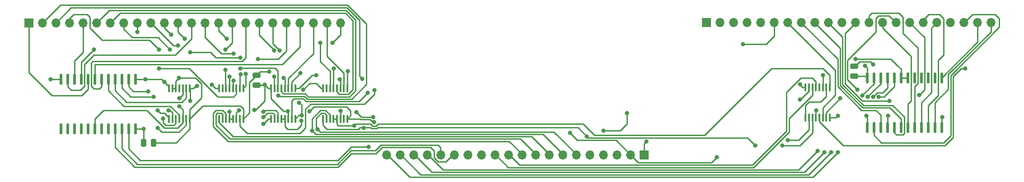
<source format=gbr>
%TF.GenerationSoftware,KiCad,Pcbnew,(6.0.0-0)*%
%TF.CreationDate,2022-01-11T21:33:16-05:00*%
%TF.ProjectId,gpr-controller-combined,6770722d-636f-46e7-9472-6f6c6c65722d,rev?*%
%TF.SameCoordinates,Original*%
%TF.FileFunction,Copper,L1,Top*%
%TF.FilePolarity,Positive*%
%FSLAX46Y46*%
G04 Gerber Fmt 4.6, Leading zero omitted, Abs format (unit mm)*
G04 Created by KiCad (PCBNEW (6.0.0-0)) date 2022-01-11 21:33:16*
%MOMM*%
%LPD*%
G01*
G04 APERTURE LIST*
G04 Aperture macros list*
%AMRoundRect*
0 Rectangle with rounded corners*
0 $1 Rounding radius*
0 $2 $3 $4 $5 $6 $7 $8 $9 X,Y pos of 4 corners*
0 Add a 4 corners polygon primitive as box body*
4,1,4,$2,$3,$4,$5,$6,$7,$8,$9,$2,$3,0*
0 Add four circle primitives for the rounded corners*
1,1,$1+$1,$2,$3*
1,1,$1+$1,$4,$5*
1,1,$1+$1,$6,$7*
1,1,$1+$1,$8,$9*
0 Add four rect primitives between the rounded corners*
20,1,$1+$1,$2,$3,$4,$5,0*
20,1,$1+$1,$4,$5,$6,$7,0*
20,1,$1+$1,$6,$7,$8,$9,0*
20,1,$1+$1,$8,$9,$2,$3,0*%
G04 Aperture macros list end*
%TA.AperFunction,SMDPad,CuDef*%
%ADD10RoundRect,0.100000X0.100000X-0.637500X0.100000X0.637500X-0.100000X0.637500X-0.100000X-0.637500X0*%
%TD*%
%TA.AperFunction,SMDPad,CuDef*%
%ADD11RoundRect,0.250000X-0.250000X-0.475000X0.250000X-0.475000X0.250000X0.475000X-0.250000X0.475000X0*%
%TD*%
%TA.AperFunction,SMDPad,CuDef*%
%ADD12RoundRect,0.250000X0.475000X-0.250000X0.475000X0.250000X-0.475000X0.250000X-0.475000X-0.250000X0*%
%TD*%
%TA.AperFunction,SMDPad,CuDef*%
%ADD13RoundRect,0.137500X-0.137500X0.862500X-0.137500X-0.862500X0.137500X-0.862500X0.137500X0.862500X0*%
%TD*%
%TA.AperFunction,SMDPad,CuDef*%
%ADD14RoundRect,0.137500X0.137500X-0.862500X0.137500X0.862500X-0.137500X0.862500X-0.137500X-0.862500X0*%
%TD*%
%TA.AperFunction,ComponentPad*%
%ADD15R,1.700000X1.700000*%
%TD*%
%TA.AperFunction,ComponentPad*%
%ADD16O,1.700000X1.700000*%
%TD*%
%TA.AperFunction,ViaPad*%
%ADD17C,0.800000*%
%TD*%
%TA.AperFunction,Conductor*%
%ADD18C,0.250000*%
%TD*%
G04 APERTURE END LIST*
D10*
%TO.P,U2,1,A0*%
%TO.N,CONTROL0*%
X95169666Y-65346500D03*
%TO.P,U2,2,A1*%
%TO.N,CONTROL1*%
X95819666Y-65346500D03*
%TO.P,U2,3,A2*%
%TO.N,CONTROL2*%
X96469666Y-65346500D03*
%TO.P,U2,4,E1*%
%TO.N,/~{BUS8_ASSERT_EN}*%
X97119666Y-65346500D03*
%TO.P,U2,5,E2*%
X97769666Y-65346500D03*
%TO.P,U2,6,E3*%
%TO.N,VCC*%
X98419666Y-65346500D03*
%TO.P,U2,7,O7*%
%TO.N,~{TX_ASSERT_MSB_MAIN}*%
X99069666Y-65346500D03*
%TO.P,U2,8,GND*%
%TO.N,GND*%
X99719666Y-65346500D03*
%TO.P,U2,9,O6*%
%TO.N,~{TX_ASSERT_LSB_MAIN}*%
X99719666Y-59621500D03*
%TO.P,U2,10,O5*%
%TO.N,~{S2_OUT_BUS}*%
X99069666Y-59621500D03*
%TO.P,U2,11,O4*%
%TO.N,~{S1_OUT_BUS}*%
X98419666Y-59621500D03*
%TO.P,U2,12,O3*%
%TO.N,~{E_OUT_BUS}*%
X97769666Y-59621500D03*
%TO.P,U2,13,O2*%
%TO.N,~{D_OUT_BUS}*%
X97119666Y-59621500D03*
%TO.P,U2,14,O1*%
%TO.N,~{C_OUT_BUS}*%
X96469666Y-59621500D03*
%TO.P,U2,15,O0*%
%TO.N,~{A_OUT_BUS}*%
X95819666Y-59621500D03*
%TO.P,U2,16,VCC*%
%TO.N,VCC*%
X95169666Y-59621500D03*
%TD*%
%TO.P,U3,1,A0*%
%TO.N,CONTROL3*%
X85426333Y-65346500D03*
%TO.P,U3,2,A1*%
%TO.N,CONTROL4*%
X86076333Y-65346500D03*
%TO.P,U3,3,A2*%
%TO.N,CONTROL5*%
X86726333Y-65346500D03*
%TO.P,U3,4,E1*%
%TO.N,/~{RR_BUS16_ASSERT_EN}*%
X87376333Y-65346500D03*
%TO.P,U3,5,E2*%
X88026333Y-65346500D03*
%TO.P,U3,6,E3*%
%TO.N,VCC*%
X88676333Y-65346500D03*
%TO.P,U3,7,O7*%
%TO.N,TX_ADDR_OUT*%
X89326333Y-65346500D03*
%TO.P,U3,8,GND*%
%TO.N,GND*%
X89976333Y-65346500D03*
%TO.P,U3,9,O6*%
%TO.N,~{S2_OUT_MSB}*%
X89976333Y-59621500D03*
%TO.P,U3,10,O5*%
%TO.N,~{S1_OUT_MSB}*%
X89326333Y-59621500D03*
%TO.P,U3,11,O4*%
%TO.N,~{E_OUT_MSB}*%
X88676333Y-59621500D03*
%TO.P,U3,12,O3*%
%TO.N,~{D_OUT_MSB}*%
X88026333Y-59621500D03*
%TO.P,U3,13,O2*%
%TO.N,~{C_OUT_MSB}*%
X87376333Y-59621500D03*
%TO.P,U3,14,O1*%
%TO.N,~{A_OUT_MSB}*%
X86726333Y-59621500D03*
%TO.P,U3,15,O0*%
%TO.N,unconnected-(U3-Pad15)*%
X86076333Y-59621500D03*
%TO.P,U3,16,VCC*%
%TO.N,VCC*%
X85426333Y-59621500D03*
%TD*%
D11*
%TO.P,C1,1*%
%TO.N,VCC*%
X71252000Y-69850000D03*
%TO.P,C1,2*%
%TO.N,GND*%
X73152000Y-69850000D03*
%TD*%
D12*
%TO.P,C2,1*%
%TO.N,VCC*%
X92456000Y-59050000D03*
%TO.P,C2,2*%
%TO.N,GND*%
X92456000Y-57150000D03*
%TD*%
D10*
%TO.P,U7,1*%
%TO.N,TX_LATCH_MSB*%
X76028000Y-65346500D03*
%TO.P,U7,2*%
%TO.N,TX_BUS_SELECT*%
X76678000Y-65346500D03*
%TO.P,U7,3*%
%TO.N,TX_LATCH_LSB*%
X77328000Y-65346500D03*
%TO.P,U7,4*%
%TO.N,Net-(U5-Pad5)*%
X77978000Y-65346500D03*
%TO.P,U7,5*%
%TO.N,Net-(U5-Pad18)*%
X78628000Y-65346500D03*
%TO.P,U7,6*%
%TO.N,TX_LATCH_MSB*%
X79278000Y-65346500D03*
%TO.P,U7,7,GND*%
%TO.N,GND*%
X79928000Y-65346500D03*
%TO.P,U7,8*%
%TO.N,TX_BUS_SELECT*%
X79928000Y-59621500D03*
%TO.P,U7,9*%
%TO.N,Net-(U5-Pad4)*%
X79278000Y-59621500D03*
%TO.P,U7,10*%
%TO.N,Net-(U5-Pad18)*%
X78628000Y-59621500D03*
%TO.P,U7,11*%
%TO.N,unconnected-(U7-Pad11)*%
X77978000Y-59621500D03*
%TO.P,U7,12*%
%TO.N,GND*%
X77328000Y-59621500D03*
%TO.P,U7,13*%
X76678000Y-59621500D03*
%TO.P,U7,14,VCC*%
%TO.N,VCC*%
X76028000Y-59621500D03*
%TD*%
%TO.P,U4,1,A0*%
%TO.N,CONTROL0*%
X104913000Y-65346500D03*
%TO.P,U4,2,A1*%
%TO.N,CONTROL1*%
X105563000Y-65346500D03*
%TO.P,U4,3,A2*%
%TO.N,CONTROL2*%
X106213000Y-65346500D03*
%TO.P,U4,4,E1*%
%TO.N,/~{RR_BUS16_ASSERT_EN}*%
X106863000Y-65346500D03*
%TO.P,U4,5,E2*%
X107513000Y-65346500D03*
%TO.P,U4,6,E3*%
%TO.N,VCC*%
X108163000Y-65346500D03*
%TO.P,U4,7,O7*%
%TO.N,unconnected-(U4-Pad7)*%
X108813000Y-65346500D03*
%TO.P,U4,8,GND*%
%TO.N,GND*%
X109463000Y-65346500D03*
%TO.P,U4,9,O6*%
%TO.N,~{S2_OUT_LSB}*%
X109463000Y-59621500D03*
%TO.P,U4,10,O5*%
%TO.N,~{S1_OUT_LSB}*%
X108813000Y-59621500D03*
%TO.P,U4,11,O4*%
%TO.N,~{E_OUT_LSB}*%
X108163000Y-59621500D03*
%TO.P,U4,12,O3*%
%TO.N,~{D_OUT_LSB}*%
X107513000Y-59621500D03*
%TO.P,U4,13,O2*%
%TO.N,~{C_OUT_LSB}*%
X106863000Y-59621500D03*
%TO.P,U4,14,O1*%
%TO.N,~{A_OUT_LSB}*%
X106213000Y-59621500D03*
%TO.P,U4,15,O0*%
%TO.N,unconnected-(U4-Pad15)*%
X105563000Y-59621500D03*
%TO.P,U4,16,VCC*%
%TO.N,VCC*%
X104913000Y-59621500D03*
%TD*%
D13*
%TO.P,U5,1,EL*%
%TO.N,VCC*%
X69723000Y-57907000D03*
%TO.P,U5,2,A0*%
%TO.N,CONTROL8*%
X68453000Y-57907000D03*
%TO.P,U5,3,A1*%
%TO.N,CONTROL9*%
X67183000Y-57907000D03*
%TO.P,U5,4,Q7*%
%TO.N,Net-(U5-Pad4)*%
X65913000Y-57907000D03*
%TO.P,U5,5,Q6*%
%TO.N,Net-(U5-Pad5)*%
X64643000Y-57907000D03*
%TO.P,U5,6,Q5*%
%TO.N,S2_EN*%
X63373000Y-57907000D03*
%TO.P,U5,7,Q4*%
%TO.N,S1_EN*%
X62103000Y-57907000D03*
%TO.P,U5,8,Q3*%
%TO.N,E_EN*%
X60833000Y-57907000D03*
%TO.P,U5,9,Q1*%
%TO.N,C_EN*%
X59563000Y-57907000D03*
%TO.P,U5,10,Q2*%
%TO.N,D_EN*%
X58293000Y-57907000D03*
%TO.P,U5,11,Q0*%
%TO.N,A_EN*%
X57023000Y-57907000D03*
%TO.P,U5,12,Vss*%
%TO.N,GND*%
X55753000Y-57907000D03*
%TO.P,U5,13,Q13*%
%TO.N,unconnected-(U5-Pad13)*%
X55753000Y-67207000D03*
%TO.P,U5,14,Q12*%
%TO.N,unconnected-(U5-Pad14)*%
X57023000Y-67207000D03*
%TO.P,U5,15,Q15*%
%TO.N,unconnected-(U5-Pad15)*%
X58293000Y-67207000D03*
%TO.P,U5,16,Q14*%
%TO.N,unconnected-(U5-Pad16)*%
X59563000Y-67207000D03*
%TO.P,U5,17,Q9*%
%TO.N,unconnected-(U5-Pad17)*%
X60833000Y-67207000D03*
%TO.P,U5,18,Q8*%
%TO.N,Net-(U5-Pad18)*%
X62103000Y-67207000D03*
%TO.P,U5,19,Q11*%
%TO.N,unconnected-(U5-Pad19)*%
X63373000Y-67207000D03*
%TO.P,U5,20,Q10*%
%TO.N,unconnected-(U5-Pad20)*%
X64643000Y-67207000D03*
%TO.P,U5,21,A2*%
%TO.N,CONTROL10*%
X65913000Y-67207000D03*
%TO.P,U5,22,A3*%
%TO.N,CONTROL11*%
X67183000Y-67207000D03*
%TO.P,U5,23,~{EN}*%
%TO.N,~{GPR_WRITE}*%
X68453000Y-67207000D03*
%TO.P,U5,24,Vdd*%
%TO.N,VCC*%
X69723000Y-67207000D03*
%TD*%
D10*
%TO.P,U1,1,E*%
%TO.N,/~{BUS16_ASSERT_EN}*%
X195337000Y-65165500D03*
%TO.P,U1,2,A0*%
%TO.N,CONTROL1*%
X195987000Y-65165500D03*
%TO.P,U1,3,A1*%
%TO.N,CONTROL0*%
X196637000Y-65165500D03*
%TO.P,U1,4,O0*%
%TO.N,~{BO_F}*%
X197287000Y-65165500D03*
%TO.P,U1,5,O1*%
%TO.N,~{BO_G}*%
X197937000Y-65165500D03*
%TO.P,U1,6,O2*%
%TO.N,~{BO_S3}*%
X198587000Y-65165500D03*
%TO.P,U1,7,O3*%
%TO.N,~{BO_S4}*%
X199237000Y-65165500D03*
%TO.P,U1,8,GND*%
%TO.N,GND*%
X199887000Y-65165500D03*
%TO.P,U1,9,O3*%
%TO.N,/~{RR_BUS16_ASSERT_EN}*%
X199887000Y-59440500D03*
%TO.P,U1,10,O2*%
%TO.N,/~{BUS16_ASSERT_EN}*%
X199237000Y-59440500D03*
%TO.P,U1,11,O1*%
%TO.N,/~{BUS8_ASSERT_EN}*%
X198587000Y-59440500D03*
%TO.P,U1,12,O0*%
%TO.N,unconnected-(U1-Pad12)*%
X197937000Y-59440500D03*
%TO.P,U1,13,A1*%
%TO.N,CONTROL6*%
X197287000Y-59440500D03*
%TO.P,U1,14,A0*%
%TO.N,CONTROL7*%
X196637000Y-59440500D03*
%TO.P,U1,15,E*%
%TO.N,~{GPR_READ}*%
X195987000Y-59440500D03*
%TO.P,U1,16,VCC*%
%TO.N,VCC*%
X195337000Y-59440500D03*
%TD*%
D12*
%TO.P,C3,1*%
%TO.N,VCC*%
X204470000Y-57338000D03*
%TO.P,C3,2*%
%TO.N,GND*%
X204470000Y-55438000D03*
%TD*%
D14*
%TO.P,U6,1,S0*%
%TO.N,~{LD_F}*%
X206883000Y-66953000D03*
%TO.P,U6,2,S1*%
%TO.N,~{LD_G}*%
X208153000Y-66953000D03*
%TO.P,U6,3,S2*%
%TO.N,~{LD_S3}*%
X209423000Y-66953000D03*
%TO.P,U6,4,S3*%
%TO.N,~{LD_S4}*%
X210693000Y-66953000D03*
%TO.P,U6,5,S4*%
%TO.N,~{DEC_S3}*%
X211963000Y-66953000D03*
%TO.P,U6,6,S5*%
%TO.N,~{INC_S3}*%
X213233000Y-66953000D03*
%TO.P,U6,7,S6*%
%TO.N,~{DEC_S4}*%
X214503000Y-66953000D03*
%TO.P,U6,8,S7*%
%TO.N,~{INC_S4}*%
X215773000Y-66953000D03*
%TO.P,U6,9,S8*%
%TO.N,~{DEC_F}*%
X217043000Y-66953000D03*
%TO.P,U6,10,S9*%
%TO.N,~{INC_F}*%
X218313000Y-66953000D03*
%TO.P,U6,11,S10*%
%TO.N,~{DEC_G}*%
X219583000Y-66953000D03*
%TO.P,U6,12,GND*%
%TO.N,GND*%
X220853000Y-66953000D03*
%TO.P,U6,13,S11*%
%TO.N,~{INC_G}*%
X220853000Y-57653000D03*
%TO.P,U6,14,S12*%
%TO.N,unconnected-(U6-Pad14)*%
X219583000Y-57653000D03*
%TO.P,U6,15,S13*%
%TO.N,unconnected-(U6-Pad15)*%
X218313000Y-57653000D03*
%TO.P,U6,16,S14*%
%TO.N,unconnected-(U6-Pad16)*%
X217043000Y-57653000D03*
%TO.P,U6,17,S15*%
%TO.N,unconnected-(U6-Pad17)*%
X215773000Y-57653000D03*
%TO.P,U6,18,E0*%
%TO.N,~{GPR_WRITE}*%
X214503000Y-57653000D03*
%TO.P,U6,19,E1*%
X213233000Y-57653000D03*
%TO.P,U6,20,A3*%
%TO.N,CONTROL15*%
X211963000Y-57653000D03*
%TO.P,U6,21,A2*%
%TO.N,CONTROL14*%
X210693000Y-57653000D03*
%TO.P,U6,22,A1*%
%TO.N,CONTROL13*%
X209423000Y-57653000D03*
%TO.P,U6,23,A0*%
%TO.N,CONTROL12*%
X208153000Y-57653000D03*
%TO.P,U6,24,VCC*%
%TO.N,VCC*%
X206883000Y-57653000D03*
%TD*%
D15*
%TO.P,J1,1,Pin_1*%
%TO.N,VCC*%
X165100000Y-72136000D03*
D16*
%TO.P,J1,2,Pin_2*%
%TO.N,GND*%
X162560000Y-72136000D03*
%TO.P,J1,3,Pin_3*%
%TO.N,~{GPR_READ}*%
X160020000Y-72136000D03*
%TO.P,J1,4,Pin_4*%
%TO.N,~{GPR_WRITE}*%
X157480000Y-72136000D03*
%TO.P,J1,5,Pin_5*%
%TO.N,CONTROL0*%
X154940000Y-72136000D03*
%TO.P,J1,6,Pin_6*%
%TO.N,CONTROL1*%
X152400000Y-72136000D03*
%TO.P,J1,7,Pin_7*%
%TO.N,CONTROL2*%
X149860000Y-72136000D03*
%TO.P,J1,8,Pin_8*%
%TO.N,CONTROL3*%
X147320000Y-72136000D03*
%TO.P,J1,9,Pin_9*%
%TO.N,CONTROL4*%
X144780000Y-72136000D03*
%TO.P,J1,10,Pin_10*%
%TO.N,CONTROL5*%
X142240000Y-72136000D03*
%TO.P,J1,11,Pin_11*%
%TO.N,CONTROL6*%
X139700000Y-72136000D03*
%TO.P,J1,12,Pin_12*%
%TO.N,CONTROL7*%
X137160000Y-72136000D03*
%TO.P,J1,13,Pin_13*%
%TO.N,CONTROL8*%
X134620000Y-72136000D03*
%TO.P,J1,14,Pin_14*%
%TO.N,CONTROL9*%
X132080000Y-72136000D03*
%TO.P,J1,15,Pin_15*%
%TO.N,CONTROL10*%
X129540000Y-72136000D03*
%TO.P,J1,16,Pin_16*%
%TO.N,CONTROL11*%
X127000000Y-72136000D03*
%TO.P,J1,17,Pin_17*%
%TO.N,CONTROL12*%
X124460000Y-72136000D03*
%TO.P,J1,18,Pin_18*%
%TO.N,CONTROL13*%
X121920000Y-72136000D03*
%TO.P,J1,19,Pin_19*%
%TO.N,CONTROL14*%
X119380000Y-72136000D03*
%TO.P,J1,20,Pin_20*%
%TO.N,CONTROL15*%
X116840000Y-72136000D03*
%TD*%
D15*
%TO.P,J2,1,Pin_1*%
%TO.N,E_EN*%
X49784000Y-47317000D03*
D16*
%TO.P,J2,2,Pin_2*%
%TO.N,~{E_OUT_BUS}*%
X52324000Y-47317000D03*
%TO.P,J2,3,Pin_3*%
%TO.N,~{E_OUT_LSB}*%
X54864000Y-47317000D03*
%TO.P,J2,4,Pin_4*%
%TO.N,~{E_OUT_MSB}*%
X57404000Y-47317000D03*
%TO.P,J2,5,Pin_5*%
%TO.N,D_EN*%
X59944000Y-47317000D03*
%TO.P,J2,6,Pin_6*%
%TO.N,~{D_OUT_BUS}*%
X62484000Y-47317000D03*
%TO.P,J2,7,Pin_7*%
%TO.N,~{D_OUT_LSB}*%
X65024000Y-47317000D03*
%TO.P,J2,8,Pin_8*%
%TO.N,~{D_OUT_MSB}*%
X67564000Y-47317000D03*
%TO.P,J2,9,Pin_9*%
%TO.N,C_EN*%
X70104000Y-47317000D03*
%TO.P,J2,10,Pin_10*%
%TO.N,~{C_OUT_BUS}*%
X72644000Y-47317000D03*
%TO.P,J2,11,Pin_11*%
%TO.N,~{C_OUT_LSB}*%
X75184000Y-47317000D03*
%TO.P,J2,12,Pin_12*%
%TO.N,~{C_OUT_MSB}*%
X77724000Y-47317000D03*
%TO.P,J2,13,Pin_13*%
%TO.N,A_EN*%
X80264000Y-47317000D03*
%TO.P,J2,14,Pin_14*%
%TO.N,~{A_OUT_BUS}*%
X82804000Y-47317000D03*
%TO.P,J2,15,Pin_15*%
%TO.N,~{A_OUT_LSB}*%
X85344000Y-47317000D03*
%TO.P,J2,16,Pin_16*%
%TO.N,~{A_OUT_MSB}*%
X87884000Y-47317000D03*
%TO.P,J2,17,Pin_17*%
%TO.N,S2_EN*%
X90424000Y-47317000D03*
%TO.P,J2,18,Pin_18*%
%TO.N,~{S2_OUT_BUS}*%
X92964000Y-47317000D03*
%TO.P,J2,19,Pin_19*%
%TO.N,~{S2_OUT_LSB}*%
X95504000Y-47317000D03*
%TO.P,J2,20,Pin_20*%
%TO.N,~{S2_OUT_MSB}*%
X98044000Y-47317000D03*
%TO.P,J2,21,Pin_21*%
%TO.N,S1_EN*%
X100584000Y-47317000D03*
%TO.P,J2,22,Pin_22*%
%TO.N,~{S1_OUT_BUS}*%
X103124000Y-47317000D03*
%TO.P,J2,23,Pin_23*%
%TO.N,~{S1_OUT_LSB}*%
X105664000Y-47317000D03*
%TO.P,J2,24,Pin_24*%
%TO.N,~{S1_OUT_MSB}*%
X108204000Y-47317000D03*
%TD*%
D15*
%TO.P,J3,1,Pin_1*%
%TO.N,TX_ADDR_OUT*%
X176779000Y-47244000D03*
D16*
%TO.P,J3,2,Pin_2*%
%TO.N,~{TX_ASSERT_MSB_MAIN}*%
X179319000Y-47244000D03*
%TO.P,J3,3,Pin_3*%
%TO.N,~{TX_ASSERT_LSB_MAIN}*%
X181859000Y-47244000D03*
%TO.P,J3,4,Pin_4*%
%TO.N,TX_LATCH_MSB*%
X184399000Y-47244000D03*
%TO.P,J3,5,Pin_5*%
%TO.N,TX_LATCH_LSB*%
X186939000Y-47244000D03*
%TO.P,J3,6,Pin_6*%
%TO.N,TX_BUS_SELECT*%
X189479000Y-47244000D03*
%TO.P,J3,7,Pin_7*%
%TO.N,~{BO_S3}*%
X192019000Y-47244000D03*
%TO.P,J3,8,Pin_8*%
%TO.N,~{LD_S3}*%
X194559000Y-47244000D03*
%TO.P,J3,9,Pin_9*%
%TO.N,~{INC_S3}*%
X197099000Y-47244000D03*
%TO.P,J3,10,Pin_10*%
%TO.N,~{DEC_S3}*%
X199639000Y-47244000D03*
%TO.P,J3,11,Pin_11*%
%TO.N,~{BO_S4}*%
X202179000Y-47244000D03*
%TO.P,J3,12,Pin_12*%
%TO.N,~{LD_S4}*%
X204719000Y-47244000D03*
%TO.P,J3,13,Pin_13*%
%TO.N,~{INC_S4}*%
X207259000Y-47244000D03*
%TO.P,J3,14,Pin_14*%
%TO.N,~{DEC_S4}*%
X209799000Y-47244000D03*
%TO.P,J3,15,Pin_15*%
%TO.N,~{BO_F}*%
X212339000Y-47244000D03*
%TO.P,J3,16,Pin_16*%
%TO.N,~{LD_F}*%
X214879000Y-47244000D03*
%TO.P,J3,17,Pin_17*%
%TO.N,~{INC_F}*%
X217419000Y-47244000D03*
%TO.P,J3,18,Pin_18*%
%TO.N,~{DEC_F}*%
X219959000Y-47244000D03*
%TO.P,J3,19,Pin_19*%
%TO.N,~{BO_G}*%
X222499000Y-47244000D03*
%TO.P,J3,20,Pin_20*%
%TO.N,~{LD_G}*%
X225039000Y-47244000D03*
%TO.P,J3,21,Pin_21*%
%TO.N,~{INC_G}*%
X227579000Y-47244000D03*
%TO.P,J3,22,Pin_22*%
%TO.N,~{DEC_G}*%
X230119000Y-47244000D03*
%TD*%
D17*
%TO.N,~{GPR_WRITE}*%
X157500000Y-67600000D03*
X161900000Y-64300000D03*
%TO.N,CONTROL0*%
X154350000Y-68650000D03*
%TO.N,VCC*%
X114300000Y-65024500D03*
X111200000Y-64100000D03*
X101200000Y-59900000D03*
X92000000Y-63700000D03*
X165500000Y-69624500D03*
X194300000Y-58900000D03*
%TO.N,GND*%
X178700000Y-72600000D03*
X114481195Y-66007442D03*
X151200000Y-68000000D03*
X53853000Y-57907000D03*
X100412760Y-62307042D03*
X94800000Y-56500000D03*
X100890970Y-64713750D03*
X102392396Y-63928210D03*
X77900000Y-57695500D03*
%TO.N,~{E_OUT_BUS}*%
X97536000Y-57658000D03*
X96526219Y-60978570D03*
%TO.N,~{E_OUT_LSB}*%
X112248866Y-57874500D03*
X108025026Y-57918294D03*
%TO.N,~{E_OUT_MSB}*%
X74168000Y-52324000D03*
X74168000Y-55880000D03*
%TO.N,~{D_OUT_MSB}*%
X88138000Y-58166000D03*
X76200000Y-52324000D03*
%TO.N,C_EN*%
X70104000Y-49022000D03*
X61976000Y-52324000D03*
%TO.N,~{C_OUT_BUS}*%
X80010000Y-52832000D03*
X89408000Y-53848000D03*
X89408000Y-55880000D03*
X77724000Y-51562000D03*
%TO.N,~{C_OUT_LSB}*%
X76454000Y-49530000D03*
X106934000Y-55880927D03*
%TO.N,~{C_OUT_MSB}*%
X78994000Y-50292000D03*
X87376000Y-57404000D03*
%TO.N,~{A_OUT_BUS}*%
X88138000Y-53086000D03*
X95745166Y-57403220D03*
%TO.N,~{A_OUT_LSB}*%
X86868000Y-50292000D03*
X104394000Y-51054000D03*
%TO.N,~{A_OUT_MSB}*%
X86614000Y-56134000D03*
X86614000Y-52324000D03*
%TO.N,~{S2_OUT_BUS}*%
X95761949Y-52515549D03*
X100702299Y-56777701D03*
%TO.N,~{S2_OUT_LSB}*%
X109580552Y-56425500D03*
X96774000Y-52503001D03*
%TO.N,~{S2_OUT_MSB}*%
X92710000Y-54102000D03*
X90451359Y-56894035D03*
%TO.N,~{S1_OUT_MSB}*%
X89454424Y-56965636D03*
X106694290Y-51076888D03*
%TO.N,TX_ADDR_OUT*%
X114554000Y-59944000D03*
%TO.N,~{TX_ASSERT_MSB_MAIN}*%
X113284000Y-60452000D03*
%TO.N,~{TX_ASSERT_LSB_MAIN}*%
X103632000Y-57150000D03*
%TO.N,TX_LATCH_MSB*%
X73914000Y-67056000D03*
X73914000Y-63754000D03*
%TO.N,TX_LATCH_LSB*%
X74930000Y-65278000D03*
%TO.N,TX_BUS_SELECT*%
X75946000Y-63754000D03*
X81280000Y-59182000D03*
X80010000Y-61976000D03*
X183642000Y-51308000D03*
%TO.N,~{BO_S4}*%
X201875500Y-61476211D03*
%TO.N,~{LD_S4}*%
X211074000Y-61976000D03*
X210820000Y-64770000D03*
%TO.N,~{BO_F}*%
X205034412Y-59890187D03*
X197358000Y-63754000D03*
%TO.N,~{LD_F}*%
X216624500Y-60879667D03*
X206756000Y-64770000D03*
%TO.N,~{BO_G}*%
X225298000Y-55880000D03*
%TO.N,CONTROL0*%
X112522000Y-67056000D03*
X185928000Y-70358000D03*
X191008000Y-70358000D03*
X93726000Y-66294000D03*
%TO.N,CONTROL1*%
X103886000Y-67324500D03*
X93726000Y-65024000D03*
X192024000Y-69342000D03*
%TO.N,CONTROL2*%
X93721701Y-64003701D03*
X102870000Y-67564000D03*
%TO.N,/~{BUS8_ASSERT_EN}*%
X100836213Y-65711752D03*
X198628000Y-57150000D03*
%TO.N,VCC*%
X71628000Y-57912000D03*
X93980000Y-58928000D03*
X206502000Y-55372000D03*
X108229022Y-63824500D03*
X75184000Y-58420000D03*
X84074000Y-58928000D03*
X98295441Y-63926505D03*
X89154000Y-63754000D03*
X71271000Y-67207000D03*
%TO.N,GND*%
X201422000Y-64770000D03*
X208026000Y-55118000D03*
X220980000Y-65024000D03*
%TO.N,/~{RR_BUS16_ASSERT_EN}*%
X110744000Y-66623948D03*
X87376000Y-64008000D03*
%TO.N,CONTROL8*%
X72136000Y-60198000D03*
%TO.N,CONTROL9*%
X73152000Y-61214000D03*
%TO.N,Net-(U5-Pad18)*%
X77978000Y-61468000D03*
X77978000Y-62992000D03*
%TO.N,~{GPR_WRITE}*%
X204724000Y-54102000D03*
X113418452Y-70600989D03*
%TO.N,CONTROL15*%
X209054988Y-61226988D03*
X201422000Y-71628000D03*
%TO.N,CONTROL14*%
X200152000Y-71628000D03*
X208039154Y-61218224D03*
%TO.N,CONTROL13*%
X207039687Y-61226723D03*
X198882000Y-71628000D03*
%TO.N,CONTROL12*%
X197612000Y-71374000D03*
X206030221Y-60993727D03*
%TO.N,~{GPR_READ}*%
X194310000Y-61722000D03*
%TD*%
D18*
%TO.N,~{GPR_WRITE}*%
X161900000Y-64300000D02*
X161900000Y-66300000D01*
X161900000Y-66300000D02*
X160600000Y-67600000D01*
X160600000Y-67600000D02*
X157500000Y-67600000D01*
%TO.N,/~{RR_BUS16_ASSERT_EN}*%
X199887000Y-59440500D02*
X199898000Y-59429500D01*
X114181096Y-66731943D02*
X113756694Y-66307541D01*
X115205696Y-66294000D02*
X115205696Y-66307541D01*
X115205696Y-66307541D02*
X114781294Y-66731943D01*
X198628000Y-55880000D02*
X188976000Y-55880000D01*
X199898000Y-57150000D02*
X198628000Y-55880000D01*
X199898000Y-59429500D02*
X199898000Y-57150000D01*
X176456000Y-68400000D02*
X155812000Y-68400000D01*
X155812000Y-68400000D02*
X153706000Y-66294000D01*
X188976000Y-55880000D02*
X176456000Y-68400000D01*
X153706000Y-66294000D02*
X115205696Y-66294000D01*
X114781294Y-66731943D02*
X114181096Y-66731943D01*
X113756694Y-66307541D02*
X113756694Y-66294000D01*
X111073948Y-66294000D02*
X110744000Y-66623948D01*
X113756694Y-66294000D02*
X111073948Y-66294000D01*
%TO.N,CONTROL0*%
X154350000Y-68650000D02*
X152700000Y-67000000D01*
%TO.N,GND*%
X162560000Y-72136000D02*
X159824000Y-69400000D01*
X152600000Y-69400000D02*
X151200000Y-68000000D01*
X159824000Y-69400000D02*
X152600000Y-69400000D01*
%TO.N,CONTROL0*%
X115148941Y-67000000D02*
X114967487Y-67181454D01*
X185928000Y-70358000D02*
X184470000Y-68900000D01*
X114595100Y-67181453D02*
X113994902Y-67181453D01*
%TO.N,VCC*%
X165100000Y-70024500D02*
X165500000Y-69624500D01*
X165100000Y-72136000D02*
X165100000Y-70024500D01*
%TO.N,CONTROL0*%
X152700000Y-67000000D02*
X115148941Y-67000000D01*
X184470000Y-68900000D02*
X154600000Y-68900000D01*
X154600000Y-68900000D02*
X154350000Y-68650000D01*
X114967487Y-67181454D02*
X114595100Y-67181453D01*
X113994902Y-67181453D02*
X113813449Y-67000000D01*
X113813449Y-67000000D02*
X111816000Y-67000000D01*
X111816000Y-67000000D02*
X111467551Y-67348449D01*
X111467551Y-67348449D02*
X105702449Y-67348449D01*
X105702449Y-67348449D02*
X104913000Y-66559000D01*
X104913000Y-66559000D02*
X104913000Y-65346500D01*
%TO.N,GND*%
X109463000Y-65346500D02*
X111810796Y-65346500D01*
X114222754Y-65749001D02*
X114481195Y-66007442D01*
X113999901Y-65749001D02*
X114222754Y-65749001D01*
X112310694Y-65474010D02*
X113724911Y-65474011D01*
X113724911Y-65474011D02*
X113999901Y-65749001D01*
X111810796Y-65346500D02*
X111938307Y-65474011D01*
%TO.N,VCC*%
X112124500Y-65024500D02*
X114300000Y-65024500D01*
X111200000Y-64100000D02*
X112124500Y-65024500D01*
%TO.N,GND*%
X111938307Y-65474011D02*
X112310694Y-65474010D01*
%TO.N,VCC*%
X95169666Y-59621500D02*
X95169666Y-61569666D01*
X95169666Y-61569666D02*
X97526505Y-63926505D01*
X97526505Y-63926505D02*
X98295441Y-63926505D01*
%TO.N,~{E_OUT_BUS}*%
X110285215Y-61650489D02*
X101910792Y-61650488D01*
X52324000Y-47317000D02*
X55699000Y-43942000D01*
X101393335Y-61133031D02*
X96680680Y-61133031D01*
X101910792Y-61650488D02*
X101393335Y-61133031D01*
X109474000Y-43942000D02*
X113030000Y-47498000D01*
X113030000Y-47498000D02*
X113030000Y-58905704D01*
X55699000Y-43942000D02*
X109474000Y-43942000D01*
X113030000Y-58905704D02*
X110285215Y-61650489D01*
X96680680Y-61133031D02*
X96526219Y-60978570D01*
%TO.N,VCC*%
X98419666Y-64050730D02*
X98295441Y-63926505D01*
X98419666Y-65346500D02*
X98419666Y-64050730D01*
X103632000Y-58674000D02*
X102426000Y-58674000D01*
X102426000Y-58674000D02*
X101200000Y-59900000D01*
%TO.N,~{S2_OUT_BUS}*%
X99069666Y-58410334D02*
X100702299Y-56777701D01*
X99069666Y-59621500D02*
X99069666Y-58410334D01*
%TO.N,VCC*%
X93980000Y-58928000D02*
X93980000Y-62020000D01*
X93980000Y-62020000D02*
X92200000Y-63800000D01*
X92200000Y-63800000D02*
X92100000Y-63800000D01*
X92100000Y-63800000D02*
X92000000Y-63700000D01*
X71628000Y-57912000D02*
X74676000Y-57912000D01*
X74676000Y-57912000D02*
X75184000Y-58420000D01*
%TO.N,CONTROL6*%
X196596000Y-57658000D02*
X197287000Y-58349000D01*
X194517400Y-57658000D02*
X196596000Y-57658000D01*
X191770000Y-67690296D02*
X191770000Y-60405400D01*
X197287000Y-58349000D02*
X197287000Y-59440500D01*
X139590000Y-71907000D02*
X141732511Y-74049511D01*
X191770000Y-60405400D02*
X194517400Y-57658000D01*
X141732511Y-74049511D02*
X185410785Y-74049511D01*
X185410785Y-74049511D02*
X191770000Y-67690296D01*
%TO.N,~{BO_F}*%
X209042000Y-45974000D02*
X208534000Y-46482000D01*
X203200000Y-54356000D02*
X203200000Y-58055775D01*
X210996000Y-45974000D02*
X209042000Y-45974000D01*
%TO.N,~{BO_S4}*%
X199237000Y-64161000D02*
X201875500Y-61522500D01*
%TO.N,~{BO_F}*%
X203200000Y-58055775D02*
X205034412Y-59890187D01*
%TO.N,~{BO_S4}*%
X199237000Y-65165500D02*
X199237000Y-64161000D01*
%TO.N,~{BO_F}*%
X208534000Y-49022000D02*
X203200000Y-54356000D01*
%TO.N,~{BO_S4}*%
X201875500Y-61522500D02*
X201875500Y-61476211D01*
%TO.N,~{BO_F}*%
X212339000Y-47317000D02*
X210996000Y-45974000D01*
X208534000Y-46482000D02*
X208534000Y-49022000D01*
%TO.N,CONTROL7*%
X192278000Y-65278000D02*
X196637000Y-60919000D01*
%TO.N,CONTROL14*%
X123210555Y-75847555D02*
X119270000Y-71907000D01*
%TO.N,CONTROL7*%
X196637000Y-60919000D02*
X196637000Y-59440500D01*
%TO.N,CONTROL13*%
X125301044Y-75398044D02*
X121810000Y-71907000D01*
%TO.N,CONTROL12*%
X194037470Y-74948530D02*
X197612000Y-71374000D01*
%TO.N,CONTROL13*%
X195111956Y-75398044D02*
X125301044Y-75398044D01*
%TO.N,CONTROL15*%
X121120062Y-76297062D02*
X196752938Y-76297062D01*
X116730000Y-71907000D02*
X121120062Y-76297062D01*
%TO.N,CONTROL7*%
X185596980Y-74499020D02*
X192278000Y-67818000D01*
%TO.N,CONTROL14*%
X200152000Y-71628000D02*
X195932445Y-75847555D01*
%TO.N,CONTROL12*%
X124350000Y-71907000D02*
X127391530Y-74948530D01*
%TO.N,CONTROL14*%
X195932445Y-75847555D02*
X123210555Y-75847555D01*
%TO.N,CONTROL15*%
X196752938Y-76297062D02*
X201422000Y-71628000D01*
%TO.N,CONTROL7*%
X137050000Y-71907000D02*
X139642020Y-74499020D01*
%TO.N,CONTROL13*%
X198882000Y-71628000D02*
X195111956Y-75398044D01*
%TO.N,CONTROL7*%
X192278000Y-67818000D02*
X192278000Y-65278000D01*
%TO.N,GND*%
X164024000Y-73600000D02*
X162560000Y-72136000D01*
X177700000Y-73600000D02*
X164024000Y-73600000D01*
%TO.N,CONTROL12*%
X127391530Y-74948530D02*
X194037470Y-74948530D01*
%TO.N,CONTROL7*%
X139642020Y-74499020D02*
X185596980Y-74499020D01*
%TO.N,GND*%
X178700000Y-72600000D02*
X177700000Y-73600000D01*
%TO.N,CONTROL12*%
X206030221Y-60923779D02*
X206030221Y-60993727D01*
X208153000Y-57653000D02*
X208153000Y-58801000D01*
X208153000Y-58801000D02*
X206030221Y-60923779D01*
%TO.N,GND*%
X55753000Y-57907000D02*
X53853000Y-57907000D01*
%TO.N,~{TX_ASSERT_MSB_MAIN}*%
X111636000Y-62100000D02*
X113284000Y-60452000D01*
%TO.N,GND*%
X100890970Y-62785252D02*
X100412760Y-62307042D01*
X100890970Y-64713750D02*
X100890970Y-62785252D01*
%TO.N,~{D_OUT_BUS}*%
X97119666Y-60309361D02*
X97119666Y-59621500D01*
X110998000Y-60060065D02*
X109857087Y-61200978D01*
%TO.N,~{TX_ASSERT_MSB_MAIN}*%
X101724600Y-62100000D02*
X111636000Y-62100000D01*
X99069666Y-65346500D02*
X99069666Y-61956727D01*
%TO.N,~{D_OUT_BUS}*%
X101579528Y-60683520D02*
X97493825Y-60683520D01*
%TO.N,~{TX_ASSERT_MSB_MAIN}*%
X99443852Y-61582541D02*
X101207142Y-61582542D01*
%TO.N,~{D_OUT_BUS}*%
X62484000Y-47317000D02*
X64843000Y-44958000D01*
X64843000Y-44958000D02*
X109218592Y-44958000D01*
X109857087Y-61200978D02*
X102096986Y-61200978D01*
%TO.N,~{TX_ASSERT_MSB_MAIN}*%
X101207142Y-61582542D02*
X101724600Y-62100000D01*
X99069666Y-61956727D02*
X99443852Y-61582541D01*
%TO.N,~{D_OUT_BUS}*%
X109218592Y-44958000D02*
X110998000Y-46737408D01*
X102096986Y-61200978D02*
X101579528Y-60683520D01*
X110998000Y-46737408D02*
X110998000Y-60060065D01*
X97493825Y-60683520D02*
X97119666Y-60309361D01*
%TO.N,GND*%
X110100000Y-63900000D02*
X109300000Y-63100000D01*
X109300000Y-63100000D02*
X103220606Y-63100000D01*
X110100000Y-64709500D02*
X110100000Y-63900000D01*
X103220606Y-63100000D02*
X102392396Y-63928210D01*
X109463000Y-65346500D02*
X110100000Y-64709500D01*
%TO.N,TX_ADDR_OUT*%
X114554000Y-60706000D02*
X112659020Y-62600980D01*
X102574420Y-62600980D02*
X101615471Y-63559929D01*
X101615471Y-63559929D02*
X101615471Y-67040529D01*
X112659020Y-62600980D02*
X102574420Y-62600980D01*
X114554000Y-59944000D02*
X114554000Y-60706000D01*
X101615471Y-67040529D02*
X100584000Y-68072000D01*
X100584000Y-68072000D02*
X90678000Y-68072000D01*
X90678000Y-68072000D02*
X89326333Y-66720333D01*
X89326333Y-66720333D02*
X89326333Y-65346500D01*
%TO.N,CONTROL1*%
X148180959Y-67797959D02*
X104359459Y-67797959D01*
X105178103Y-64249511D02*
X104604045Y-64249511D01*
X103632000Y-67070500D02*
X103886000Y-67324500D01*
X104359459Y-67797959D02*
X103886000Y-67324500D01*
X104604045Y-64249511D02*
X103632000Y-65221556D01*
X105563000Y-64634408D02*
X105178103Y-64249511D01*
X103632000Y-65221556D02*
X103632000Y-67070500D01*
X105563000Y-65346500D02*
X105563000Y-64634408D01*
X152290000Y-71907000D02*
X148180959Y-67797959D01*
%TO.N,GND*%
X99719666Y-65346500D02*
X100352416Y-64713750D01*
%TO.N,/~{BUS8_ASSERT_EN}*%
X97769666Y-65346500D02*
X97790000Y-65366834D01*
X100076000Y-67310000D02*
X100836213Y-66549787D01*
X98298000Y-67310000D02*
X100076000Y-67310000D01*
X97790000Y-66802000D02*
X98298000Y-67310000D01*
X100836213Y-66549787D02*
X100836213Y-65711752D01*
X97790000Y-65366834D02*
X97790000Y-66802000D01*
%TO.N,GND*%
X100352416Y-64713750D02*
X100890970Y-64713750D01*
%TO.N,~{D_OUT_LSB}*%
X110527499Y-46902611D02*
X110527499Y-59894862D01*
X110527499Y-59894862D02*
X109670894Y-60751467D01*
X109090888Y-45466000D02*
X110527499Y-46902611D01*
X107513000Y-60309361D02*
X107513000Y-59621500D01*
X107955106Y-60751467D02*
X107513000Y-60309361D01*
X109670894Y-60751467D02*
X107955106Y-60751467D01*
X66875000Y-45466000D02*
X109090888Y-45466000D01*
X65024000Y-47317000D02*
X66875000Y-45466000D01*
%TO.N,CONTROL2*%
X106213000Y-65346500D02*
X106213000Y-64648704D01*
X106213000Y-64648704D02*
X105364296Y-63800000D01*
X104417852Y-63800000D02*
X102870000Y-65347852D01*
X102870000Y-65347852D02*
X102870000Y-67564000D01*
X105364296Y-63800000D02*
X104417852Y-63800000D01*
%TO.N,~{C_OUT_BUS}*%
X89512501Y-55775499D02*
X89408000Y-55880000D01*
X95907499Y-55775499D02*
X89512501Y-55775499D01*
X96469666Y-59621500D02*
X96469666Y-56337666D01*
X96469666Y-56337666D02*
X95907499Y-55775499D01*
%TO.N,GND*%
X93106000Y-56500000D02*
X94800000Y-56500000D01*
X92456000Y-57150000D02*
X93106000Y-56500000D01*
%TO.N,VCC*%
X108163000Y-63890522D02*
X108229022Y-63824500D01*
X108163000Y-65346500D02*
X108163000Y-63890522D01*
%TO.N,GND*%
X79928000Y-65346500D02*
X82374500Y-62900000D01*
X82374500Y-62900000D02*
X89400000Y-62900000D01*
X89400000Y-62900000D02*
X90000000Y-63500000D01*
X90000000Y-63500000D02*
X90000000Y-65322833D01*
X90000000Y-65322833D02*
X89976333Y-65346500D01*
X92456000Y-57150000D02*
X91100000Y-58506000D01*
X91100000Y-58506000D02*
X91100000Y-64222833D01*
X91100000Y-64222833D02*
X89976333Y-65346500D01*
%TO.N,~{E_OUT_MSB}*%
X79815704Y-55880000D02*
X74168000Y-55880000D01*
X88676333Y-59621500D02*
X88676333Y-60675667D01*
X85149704Y-61214000D02*
X79815704Y-55880000D01*
%TO.N,GND*%
X82100000Y-58800000D02*
X81000000Y-57700000D01*
%TO.N,~{E_OUT_MSB}*%
X88138000Y-61214000D02*
X85149704Y-61214000D01*
X88676333Y-60675667D02*
X88138000Y-61214000D01*
%TO.N,GND*%
X79928000Y-65346500D02*
X79928000Y-63572000D01*
X79928000Y-63572000D02*
X82100000Y-61400000D01*
X81000000Y-57700000D02*
X77906000Y-57700000D01*
X82100000Y-61400000D02*
X82100000Y-58800000D01*
X77906000Y-57700000D02*
X77328000Y-58278000D01*
X73152000Y-69850000D02*
X77350000Y-69850000D01*
X77350000Y-69850000D02*
X79928000Y-67272000D01*
X79928000Y-67272000D02*
X79928000Y-65346500D01*
%TO.N,E_EN*%
X60833000Y-59817000D02*
X59690000Y-60960000D01*
X54102000Y-60960000D02*
X49784000Y-56642000D01*
X59690000Y-60960000D02*
X54102000Y-60960000D01*
X60833000Y-57907000D02*
X60833000Y-59817000D01*
X49784000Y-56642000D02*
X49784000Y-47317000D01*
%TO.N,~{E_OUT_BUS}*%
X97769666Y-57891666D02*
X97536000Y-57658000D01*
X97769666Y-59621500D02*
X97769666Y-57891666D01*
%TO.N,~{E_OUT_LSB}*%
X111722500Y-57348134D02*
X112248866Y-57874500D01*
X109404786Y-44508490D02*
X111722500Y-46826204D01*
X108163000Y-58056268D02*
X108025026Y-57918294D01*
X111722500Y-46826204D02*
X111722500Y-57348134D01*
X57672510Y-44508490D02*
X109404786Y-44508490D01*
X108163000Y-59621500D02*
X108163000Y-58056268D01*
X54864000Y-47317000D02*
X57672510Y-44508490D01*
%TO.N,~{E_OUT_MSB}*%
X57404000Y-46482000D02*
X58166000Y-45720000D01*
X71374000Y-50546000D02*
X72390000Y-50546000D01*
X63500000Y-50546000D02*
X71374000Y-50546000D01*
X58166000Y-45720000D02*
X60706000Y-45720000D01*
X60706000Y-45720000D02*
X61214000Y-46228000D01*
X61214000Y-48260000D02*
X62484000Y-49530000D01*
X62484000Y-49530000D02*
X63500000Y-50546000D01*
X61214000Y-47752000D02*
X61214000Y-48260000D01*
X57404000Y-47317000D02*
X57404000Y-46482000D01*
X61214000Y-46228000D02*
X61214000Y-47752000D01*
X72390000Y-50546000D02*
X74168000Y-52324000D01*
%TO.N,D_EN*%
X58293000Y-54483000D02*
X59944000Y-52832000D01*
X58293000Y-57907000D02*
X58293000Y-54483000D01*
X59944000Y-52832000D02*
X59944000Y-47317000D01*
%TO.N,~{D_OUT_MSB}*%
X67564000Y-48519081D02*
X69141408Y-50096489D01*
X88138000Y-58166000D02*
X88026333Y-58277667D01*
X67564000Y-47317000D02*
X67564000Y-48519081D01*
X73972489Y-50096489D02*
X76200000Y-52324000D01*
X69141408Y-50096489D02*
X73972489Y-50096489D01*
X88026333Y-58277667D02*
X88026333Y-59621500D01*
%TO.N,C_EN*%
X70104000Y-47317000D02*
X70104000Y-49022000D01*
X59563000Y-57907000D02*
X59563000Y-54737000D01*
X59563000Y-54737000D02*
X61976000Y-52324000D01*
%TO.N,~{C_OUT_BUS}*%
X84836000Y-53848000D02*
X89408000Y-53848000D01*
X76889000Y-51562000D02*
X77470000Y-51562000D01*
X83820000Y-52832000D02*
X84836000Y-53848000D01*
X80010000Y-52832000D02*
X83820000Y-52832000D01*
X72644000Y-47317000D02*
X76889000Y-51562000D01*
X77470000Y-51562000D02*
X77724000Y-51562000D01*
%TO.N,~{C_OUT_LSB}*%
X75184000Y-48260000D02*
X76454000Y-49530000D01*
X75184000Y-47317000D02*
X75184000Y-48260000D01*
X106863000Y-59621500D02*
X106863000Y-55951927D01*
X106863000Y-55951927D02*
X106934000Y-55880927D01*
%TO.N,~{C_OUT_MSB}*%
X77724000Y-49022000D02*
X78994000Y-50292000D01*
X77724000Y-47317000D02*
X77724000Y-49022000D01*
X87376333Y-57404333D02*
X87376000Y-57404000D01*
X87376333Y-59621500D02*
X87376333Y-57404333D01*
%TO.N,A_EN*%
X57023000Y-57907000D02*
X57023000Y-59309000D01*
X59436000Y-59944000D02*
X60198000Y-59182000D01*
X60198000Y-59182000D02*
X60198000Y-55118000D01*
X60198000Y-55118000D02*
X61976000Y-53340000D01*
X57658000Y-59944000D02*
X59436000Y-59944000D01*
X61976000Y-53340000D02*
X77216000Y-53340000D01*
X57023000Y-59309000D02*
X57658000Y-59944000D01*
X77216000Y-53340000D02*
X80264000Y-50292000D01*
X80264000Y-50292000D02*
X80264000Y-47317000D01*
%TO.N,~{A_OUT_BUS}*%
X82804000Y-50038000D02*
X85852000Y-53086000D01*
X85852000Y-53086000D02*
X88138000Y-53086000D01*
X95745166Y-59547000D02*
X95745166Y-57403220D01*
X95819666Y-59621500D02*
X95745166Y-59547000D01*
X82804000Y-47317000D02*
X82804000Y-50038000D01*
%TO.N,~{A_OUT_LSB}*%
X85344000Y-47317000D02*
X85344000Y-48768000D01*
X104394000Y-54618600D02*
X106213000Y-56437600D01*
X104394000Y-51054000D02*
X104394000Y-54618600D01*
X106213000Y-56437600D02*
X106213000Y-59621500D01*
X85344000Y-48768000D02*
X86868000Y-50292000D01*
%TO.N,~{A_OUT_MSB}*%
X87884000Y-47317000D02*
X87884000Y-51054000D01*
X87884000Y-51054000D02*
X86614000Y-52324000D01*
X86614000Y-56134000D02*
X86614000Y-59509167D01*
X86614000Y-59509167D02*
X86726333Y-59621500D01*
%TO.N,S2_EN*%
X61976000Y-59690000D02*
X61468000Y-59182000D01*
X61468000Y-54864000D02*
X61759499Y-54572501D01*
X63373000Y-57907000D02*
X63373000Y-59309000D01*
X61759499Y-54572501D02*
X89708099Y-54572501D01*
X63373000Y-59309000D02*
X62992000Y-59690000D01*
X89708099Y-54572501D02*
X90424000Y-53856600D01*
X62992000Y-59690000D02*
X61976000Y-59690000D01*
X90424000Y-53856600D02*
X90424000Y-47317000D01*
X61468000Y-59182000D02*
X61468000Y-54864000D01*
%TO.N,~{S2_OUT_BUS}*%
X92964000Y-49633836D02*
X95782811Y-52452647D01*
X92964000Y-47317000D02*
X92964000Y-49633836D01*
%TO.N,~{S2_OUT_LSB}*%
X95504000Y-51233001D02*
X96774000Y-52503001D01*
X109463000Y-56543052D02*
X109580552Y-56425500D01*
X95504000Y-47317000D02*
X95504000Y-51233001D01*
X109463000Y-59621500D02*
X109463000Y-56543052D01*
%TO.N,~{S2_OUT_MSB}*%
X98044000Y-47317000D02*
X98044000Y-52586600D01*
X98044000Y-52586600D02*
X96528600Y-54102000D01*
X90451359Y-59146474D02*
X90451359Y-56894035D01*
X89976333Y-59621500D02*
X90451359Y-59146474D01*
X96528600Y-54102000D02*
X92710000Y-54102000D01*
%TO.N,S1_EN*%
X97244501Y-55155499D02*
X100584000Y-51816000D01*
X100584000Y-51816000D02*
X100584000Y-47317000D01*
X62103000Y-57907000D02*
X62103000Y-55245000D01*
X62103000Y-55245000D02*
X62192501Y-55155499D01*
X62192501Y-55155499D02*
X97244501Y-55155499D01*
%TO.N,~{S1_OUT_BUS}*%
X103124000Y-47317000D02*
X103124000Y-53086000D01*
X98419666Y-57790334D02*
X98419666Y-59621500D01*
X103124000Y-53086000D02*
X98419666Y-57790334D01*
%TO.N,~{S1_OUT_LSB}*%
X108813000Y-56734400D02*
X108813000Y-59621500D01*
X105664000Y-53585400D02*
X108813000Y-56734400D01*
X105664000Y-47317000D02*
X105664000Y-53585400D01*
%TO.N,~{S1_OUT_MSB}*%
X108204000Y-49567178D02*
X106694290Y-51076888D01*
X108204000Y-47317000D02*
X108204000Y-49567178D01*
X89326333Y-59621500D02*
X89326333Y-57093727D01*
X89326333Y-57093727D02*
X89454424Y-56965636D01*
%TO.N,~{TX_ASSERT_LSB_MAIN}*%
X99719666Y-59621500D02*
X100398500Y-59621500D01*
X100398500Y-59621500D02*
X101346000Y-58674000D01*
X101346000Y-58674000D02*
X102870000Y-57150000D01*
X102870000Y-57150000D02*
X103632000Y-57150000D01*
%TO.N,TX_LATCH_MSB*%
X76028000Y-65106000D02*
X75184000Y-64262000D01*
X75184000Y-64262000D02*
X74422000Y-64262000D01*
X79278000Y-66518000D02*
X77978000Y-67818000D01*
X74422000Y-64262000D02*
X73914000Y-63754000D01*
X77978000Y-67818000D02*
X74676000Y-67818000D01*
X79278000Y-65346500D02*
X79278000Y-66518000D01*
X76028000Y-65346500D02*
X76028000Y-65106000D01*
X74676000Y-67818000D02*
X73914000Y-67056000D01*
%TO.N,TX_LATCH_LSB*%
X77328000Y-66182000D02*
X76962000Y-66548000D01*
X76962000Y-66548000D02*
X75438000Y-66548000D01*
X77328000Y-65346500D02*
X77328000Y-66182000D01*
X75438000Y-66548000D02*
X74930000Y-66040000D01*
X74930000Y-66040000D02*
X74930000Y-65278000D01*
%TO.N,TX_BUS_SELECT*%
X76200000Y-63754000D02*
X75946000Y-63754000D01*
X183642000Y-51308000D02*
X187960000Y-51308000D01*
X80010000Y-59703500D02*
X80010000Y-61976000D01*
X76454000Y-64008000D02*
X76200000Y-63754000D01*
X189484000Y-49784000D02*
X189479000Y-49779000D01*
X76678000Y-65346500D02*
X76678000Y-64232000D01*
X79928000Y-59621500D02*
X80586500Y-59621500D01*
X79928000Y-59621500D02*
X80010000Y-59703500D01*
X81026000Y-59182000D02*
X81280000Y-59182000D01*
X80586500Y-59621500D02*
X81026000Y-59182000D01*
X76678000Y-64232000D02*
X76454000Y-64008000D01*
X187960000Y-51308000D02*
X189484000Y-49784000D01*
X189479000Y-49779000D02*
X189479000Y-47317000D01*
%TO.N,~{BO_S3}*%
X200952447Y-56250447D02*
X200952447Y-60921553D01*
X198587000Y-63287000D02*
X198587000Y-65165500D01*
X192019000Y-47317000D02*
X200952447Y-56250447D01*
X200952447Y-60921553D02*
X198587000Y-63287000D01*
%TO.N,~{LD_S3}*%
X205856288Y-63754000D02*
X208534000Y-63754000D01*
X209423000Y-64643000D02*
X209423000Y-66953000D01*
X201401956Y-59299668D02*
X205856288Y-63754000D01*
X194559000Y-47317000D02*
X201401956Y-54159956D01*
X208534000Y-63754000D02*
X209423000Y-64643000D01*
X201401956Y-54159956D02*
X201401956Y-59299668D01*
%TO.N,~{INC_S3}*%
X206042480Y-63304488D02*
X201851467Y-59113475D01*
X211113853Y-63304489D02*
X206042480Y-63304488D01*
X213233000Y-66953000D02*
X213233000Y-65423636D01*
X201851468Y-58470580D02*
X201851467Y-52069467D01*
X201851467Y-59113475D02*
X201851468Y-58470580D01*
X213233000Y-65423636D02*
X211113853Y-63304489D01*
X201851467Y-52069467D02*
X197099000Y-47317000D01*
%TO.N,~{DEC_S3}*%
X212344000Y-68326000D02*
X213614000Y-68326000D01*
X211963000Y-66953000D02*
X211963000Y-67945000D01*
X213614000Y-68326000D02*
X213832520Y-68107480D01*
X202300978Y-49978978D02*
X199639000Y-47317000D01*
X211698978Y-62854978D02*
X206228674Y-62854978D01*
X213832520Y-64988520D02*
X211698978Y-62854978D01*
X202300978Y-58927282D02*
X202300979Y-58284387D01*
X202300979Y-58284387D02*
X202300978Y-49978978D01*
X206228674Y-62854978D02*
X202300978Y-58927282D01*
X213832520Y-68107480D02*
X213832520Y-64988520D01*
X211963000Y-67945000D02*
X212344000Y-68326000D01*
%TO.N,~{LD_S4}*%
X202750489Y-58741089D02*
X205985400Y-61976000D01*
X204719000Y-47317000D02*
X202750489Y-49285511D01*
X205985400Y-61976000D02*
X211074000Y-61976000D01*
X210820000Y-64770000D02*
X210693000Y-64897000D01*
X202750489Y-49285511D02*
X202750489Y-58741089D01*
X210693000Y-64897000D02*
X210693000Y-66953000D01*
%TO.N,~{INC_S4}*%
X215773000Y-66953000D02*
X215773000Y-59306394D01*
X213614000Y-46228000D02*
X212852000Y-45466000D01*
X213614000Y-49276000D02*
X213614000Y-46228000D01*
X207772000Y-45466000D02*
X207259000Y-45979000D01*
X207259000Y-45979000D02*
X207259000Y-47317000D01*
X216372520Y-52034520D02*
X213614000Y-49276000D01*
X216372520Y-58706874D02*
X216372520Y-52034520D01*
X215773000Y-59306394D02*
X216372520Y-58706874D01*
X212852000Y-45466000D02*
X207772000Y-45466000D01*
%TO.N,~{DEC_S4}*%
X209799000Y-48255000D02*
X209799000Y-47317000D01*
X215138000Y-61976000D02*
X215138000Y-53594000D01*
X214503000Y-66953000D02*
X214503000Y-62611000D01*
X214503000Y-62611000D02*
X215138000Y-61976000D01*
X215138000Y-53594000D02*
X209799000Y-48255000D01*
%TO.N,~{BO_F}*%
X197287000Y-63825000D02*
X197358000Y-63754000D01*
X197287000Y-65165500D02*
X197287000Y-63825000D01*
%TO.N,~{LD_F}*%
X206756000Y-64770000D02*
X206883000Y-64897000D01*
X217642520Y-50080520D02*
X217642520Y-59861647D01*
X214879000Y-47317000D02*
X217642520Y-50080520D01*
X206883000Y-64897000D02*
X206883000Y-66953000D01*
X217642520Y-59861647D02*
X216624500Y-60879667D01*
%TO.N,~{INC_F}*%
X217419000Y-46741000D02*
X218440000Y-45720000D01*
X221234000Y-46482000D02*
X221234000Y-53340000D01*
X221234000Y-53340000D02*
X220218000Y-54356000D01*
X218313000Y-62865000D02*
X218313000Y-66953000D01*
X220472000Y-45720000D02*
X221234000Y-46482000D01*
X220218000Y-54356000D02*
X220218000Y-60960000D01*
X218440000Y-45720000D02*
X220472000Y-45720000D01*
X217419000Y-47317000D02*
X217419000Y-46741000D01*
X220218000Y-60960000D02*
X218313000Y-62865000D01*
%TO.N,~{DEC_F}*%
X217043000Y-62357000D02*
X217043000Y-66953000D01*
X219959000Y-47317000D02*
X218983480Y-48292520D01*
X218983480Y-48292520D02*
X218983480Y-60416520D01*
X218983480Y-60416520D02*
X217043000Y-62357000D01*
%TO.N,~{BO_G}*%
X224028000Y-56388000D02*
X224536000Y-55880000D01*
X224536000Y-55880000D02*
X225298000Y-55880000D01*
X223012000Y-67310000D02*
X223012000Y-57404000D01*
X197937000Y-65165500D02*
X197937000Y-65853361D01*
X223012000Y-68834000D02*
X223012000Y-67310000D01*
X211328000Y-70358000D02*
X221234000Y-70358000D01*
X197937000Y-65853361D02*
X202441639Y-70358000D01*
X221234000Y-70358000D02*
X221488000Y-70358000D01*
X223012000Y-57404000D02*
X224028000Y-56388000D01*
X222504000Y-69342000D02*
X223012000Y-68834000D01*
X202441639Y-70358000D02*
X211328000Y-70358000D01*
X221488000Y-70358000D02*
X222504000Y-69342000D01*
%TO.N,~{LD_G}*%
X230886000Y-45720000D02*
X231648000Y-46482000D01*
X225039000Y-47317000D02*
X226636000Y-45720000D01*
X222562489Y-68521511D02*
X221234000Y-69850000D01*
X221234000Y-69850000D02*
X209550000Y-69850000D01*
X231648000Y-48132296D02*
X222562489Y-57217807D01*
X226636000Y-45720000D02*
X230886000Y-45720000D01*
X231648000Y-46482000D02*
X231648000Y-48132296D01*
X208153000Y-68453000D02*
X208153000Y-66953000D01*
X209550000Y-69850000D02*
X208153000Y-68453000D01*
X222562489Y-57217807D02*
X222562489Y-68521511D01*
%TO.N,~{INC_G}*%
X227579000Y-50927000D02*
X220853000Y-57653000D01*
X227579000Y-47317000D02*
X227579000Y-50927000D01*
%TO.N,~{DEC_G}*%
X219583000Y-62355592D02*
X219583000Y-66953000D01*
X222112978Y-59825614D02*
X219583000Y-62355592D01*
X222112978Y-57031614D02*
X222112978Y-59825614D01*
X230119000Y-47317000D02*
X230119000Y-49025592D01*
X230119000Y-49025592D02*
X222112978Y-57031614D01*
%TO.N,CONTROL0*%
X194310000Y-70358000D02*
X191008000Y-70358000D01*
X94673500Y-65346500D02*
X93726000Y-66294000D01*
X196637000Y-65165500D02*
X196637000Y-68031000D01*
X95169666Y-65346500D02*
X94673500Y-65346500D01*
X196637000Y-68031000D02*
X194310000Y-70358000D01*
%TO.N,CONTROL1*%
X195987000Y-65165500D02*
X195987000Y-67411000D01*
X194056000Y-69342000D02*
X192024000Y-69342000D01*
X95504000Y-64262000D02*
X95819666Y-64577666D01*
X93726000Y-65024000D02*
X94488000Y-64262000D01*
X94488000Y-64262000D02*
X95504000Y-64262000D01*
X95819666Y-64577666D02*
X95819666Y-65346500D01*
X195987000Y-67411000D02*
X194056000Y-69342000D01*
%TO.N,CONTROL2*%
X103553469Y-68247469D02*
X146090469Y-68247469D01*
X146090469Y-68247469D02*
X149750000Y-71907000D01*
X96469666Y-64211666D02*
X96070490Y-63812490D01*
X93912912Y-63812490D02*
X93721701Y-64003701D01*
X96469666Y-65346500D02*
X96469666Y-64211666D01*
X102870000Y-67564000D02*
X103553469Y-68247469D01*
X96070490Y-63812490D02*
X93912912Y-63812490D01*
%TO.N,/~{BUS8_ASSERT_EN}*%
X198587000Y-57191000D02*
X198628000Y-57150000D01*
X198587000Y-59440500D02*
X198587000Y-57191000D01*
X97769666Y-65346500D02*
X97119666Y-65346500D01*
%TO.N,VCC*%
X195337000Y-59440500D02*
X194822500Y-59440500D01*
X206756000Y-55626000D02*
X206502000Y-55372000D01*
X206883000Y-55753000D02*
X206756000Y-55626000D01*
X206883000Y-57653000D02*
X206883000Y-55753000D01*
X88676333Y-64231667D02*
X89154000Y-63754000D01*
X204470000Y-57338000D02*
X206568000Y-57338000D01*
X95169666Y-59621500D02*
X94673500Y-59621500D01*
X94673500Y-59621500D02*
X93980000Y-58928000D01*
X85426333Y-59621500D02*
X84767500Y-59621500D01*
X104579500Y-59621500D02*
X103632000Y-58674000D01*
X76028000Y-59621500D02*
X76028000Y-59264000D01*
X93858000Y-59050000D02*
X93980000Y-58928000D01*
X206568000Y-57338000D02*
X206883000Y-57653000D01*
X88676333Y-65346500D02*
X88676333Y-64231667D01*
X84767500Y-59621500D02*
X84074000Y-58928000D01*
X194822500Y-59440500D02*
X194310000Y-58928000D01*
X71252000Y-67226000D02*
X71271000Y-67207000D01*
X71252000Y-69850000D02*
X71252000Y-67226000D01*
X92456000Y-59050000D02*
X93858000Y-59050000D01*
X76028000Y-59264000D02*
X75184000Y-58420000D01*
X69723000Y-67207000D02*
X71271000Y-67207000D01*
X69723000Y-57907000D02*
X71623000Y-57907000D01*
X104913000Y-59621500D02*
X104579500Y-59621500D01*
X71623000Y-57907000D02*
X71628000Y-57912000D01*
%TO.N,GND*%
X207772000Y-54864000D02*
X208026000Y-55118000D01*
X220853000Y-65151000D02*
X220980000Y-65024000D01*
X207518000Y-54610000D02*
X207772000Y-54864000D01*
X204658000Y-55438000D02*
X205486000Y-54610000D01*
X204470000Y-55438000D02*
X204658000Y-55438000D01*
X199887000Y-65165500D02*
X201026500Y-65165500D01*
X201026500Y-65165500D02*
X201422000Y-64770000D01*
X76678000Y-59621500D02*
X77328000Y-59621500D01*
X77328000Y-59621500D02*
X77328000Y-58278000D01*
X220853000Y-66953000D02*
X220853000Y-65151000D01*
X205486000Y-54610000D02*
X207518000Y-54610000D01*
%TO.N,CONTROL3*%
X85426333Y-66034361D02*
X88088950Y-68696978D01*
X85426333Y-65346500D02*
X85426333Y-66034361D01*
X143999979Y-68696979D02*
X147210000Y-71907000D01*
X88088950Y-68696978D02*
X143999979Y-68696979D01*
%TO.N,CONTROL4*%
X85852000Y-64262000D02*
X86106000Y-64516000D01*
X86106000Y-64516000D02*
X86106000Y-65316833D01*
X84836000Y-64516000D02*
X85090000Y-64262000D01*
X87434489Y-69146489D02*
X84836000Y-66548000D01*
X86106000Y-65316833D02*
X86076333Y-65346500D01*
X84836000Y-66548000D02*
X84836000Y-64516000D01*
X85090000Y-64262000D02*
X85852000Y-64262000D01*
X141909489Y-69146489D02*
X87434489Y-69146489D01*
X144670000Y-71907000D02*
X141909489Y-69146489D01*
%TO.N,CONTROL5*%
X86726333Y-64374333D02*
X86106000Y-63754000D01*
X86106000Y-63754000D02*
X84836000Y-63754000D01*
X84836000Y-63754000D02*
X84328000Y-64262000D01*
X87122000Y-69596000D02*
X139819000Y-69596000D01*
X86726333Y-65346500D02*
X86726333Y-64374333D01*
X84328000Y-66802000D02*
X87122000Y-69596000D01*
X139819000Y-69596000D02*
X142130000Y-71907000D01*
X84328000Y-64262000D02*
X84328000Y-66802000D01*
%TO.N,/~{RR_BUS16_ASSERT_EN}*%
X107513000Y-66365000D02*
X107771948Y-66623948D01*
X88026333Y-65346500D02*
X87376333Y-65346500D01*
X87376000Y-65346167D02*
X87376333Y-65346500D01*
X106863000Y-65346500D02*
X107513000Y-65346500D01*
X87376000Y-64008000D02*
X87376000Y-65346167D01*
X107771948Y-66623948D02*
X110744000Y-66623948D01*
X107513000Y-65346500D02*
X107513000Y-66365000D01*
%TO.N,CONTROL8*%
X68453000Y-59309000D02*
X69342000Y-60198000D01*
X68453000Y-57907000D02*
X68453000Y-59309000D01*
X69342000Y-60198000D02*
X71882000Y-60198000D01*
X71882000Y-60198000D02*
X72136000Y-60198000D01*
%TO.N,CONTROL9*%
X67183000Y-59563000D02*
X68834000Y-61214000D01*
X68834000Y-61214000D02*
X73152000Y-61214000D01*
X67183000Y-57907000D02*
X67183000Y-59563000D01*
%TO.N,Net-(U5-Pad4)*%
X68072000Y-62230000D02*
X78486000Y-62230000D01*
X78486000Y-62230000D02*
X79278000Y-61438000D01*
X65913000Y-60071000D02*
X68072000Y-62230000D01*
X65913000Y-57907000D02*
X65913000Y-60071000D01*
X79278000Y-61438000D02*
X79278000Y-59621500D01*
%TO.N,Net-(U5-Pad5)*%
X64643000Y-60071000D02*
X67564000Y-62992000D01*
X77978000Y-64658639D02*
X77978000Y-65346500D01*
X67564000Y-62992000D02*
X76311361Y-62992000D01*
X76311361Y-62992000D02*
X77978000Y-64658639D01*
X64643000Y-57907000D02*
X64643000Y-60071000D01*
%TO.N,Net-(U5-Pad18)*%
X71882000Y-63754000D02*
X75184000Y-67056000D01*
X75184000Y-67056000D02*
X77606361Y-67056000D01*
X63754000Y-63754000D02*
X71882000Y-63754000D01*
X78628000Y-63642000D02*
X77978000Y-62992000D01*
X62103000Y-65405000D02*
X63754000Y-63754000D01*
X78628000Y-59621500D02*
X78628000Y-60818000D01*
X62103000Y-67207000D02*
X62103000Y-65405000D01*
X78628000Y-66034361D02*
X78628000Y-65346500D01*
X78628000Y-65346500D02*
X78628000Y-63642000D01*
X78628000Y-60818000D02*
X77978000Y-61468000D01*
X77606361Y-67056000D02*
X78628000Y-66034361D01*
%TO.N,CONTROL10*%
X126492000Y-73406000D02*
X127931000Y-73406000D01*
X107696000Y-74422000D02*
X110236000Y-71882000D01*
X65913000Y-67207000D02*
X65913000Y-70739000D01*
X110236000Y-71882000D02*
X114808000Y-71882000D01*
X69596000Y-74422000D02*
X107696000Y-74422000D01*
X125088489Y-70732489D02*
X125715489Y-71359489D01*
X125715489Y-71359489D02*
X125715489Y-72629489D01*
X114808000Y-71882000D02*
X115957511Y-70732489D01*
X65913000Y-70739000D02*
X69596000Y-74422000D01*
X127931000Y-73406000D02*
X129430000Y-71907000D01*
X115957511Y-70732489D02*
X125088489Y-70732489D01*
X125715489Y-72629489D02*
X126492000Y-73406000D01*
%TO.N,CONTROL11*%
X67183000Y-70993000D02*
X70104000Y-73914000D01*
X126468060Y-70282979D02*
X126890000Y-70704919D01*
X126890000Y-70704919D02*
X126890000Y-71907000D01*
X114728807Y-71325489D02*
X115771318Y-70282978D01*
X67183000Y-67207000D02*
X67183000Y-70993000D01*
X115771318Y-70282978D02*
X126468060Y-70282979D01*
X110156807Y-71325489D02*
X114728807Y-71325489D01*
X70104000Y-73914000D02*
X107568296Y-73914000D01*
X107568296Y-73914000D02*
X110156807Y-71325489D01*
%TO.N,~{GPR_WRITE}*%
X212598000Y-55372000D02*
X211328000Y-54102000D01*
X107694592Y-73152000D02*
X110245603Y-70600989D01*
X68453000Y-70993000D02*
X70612000Y-73152000D01*
X211328000Y-54102000D02*
X204724000Y-54102000D01*
X213233000Y-57653000D02*
X213233000Y-56007000D01*
X110245603Y-70600989D02*
X113418452Y-70600989D01*
X70612000Y-73152000D02*
X107694592Y-73152000D01*
X214503000Y-57653000D02*
X213233000Y-57653000D01*
X213233000Y-56007000D02*
X212598000Y-55372000D01*
X68453000Y-67207000D02*
X68453000Y-70993000D01*
%TO.N,CONTROL15*%
X211963000Y-57653000D02*
X211963000Y-59309000D01*
X210045012Y-61226988D02*
X209054988Y-61226988D01*
X211963000Y-59309000D02*
X210045012Y-61226988D01*
%TO.N,CONTROL14*%
X210693000Y-59563000D02*
X209804000Y-60452000D01*
X209804000Y-60452000D02*
X208805378Y-60452000D01*
X208805378Y-60452000D02*
X208039154Y-61218224D01*
X210693000Y-57653000D02*
X210693000Y-59563000D01*
%TO.N,CONTROL13*%
X207039687Y-61184313D02*
X207039687Y-61226723D01*
X209423000Y-58801000D02*
X207039687Y-61184313D01*
X209423000Y-57653000D02*
X209423000Y-58801000D01*
%TO.N,~{GPR_READ}*%
X195987000Y-60128361D02*
X194393361Y-61722000D01*
X194393361Y-61722000D02*
X194310000Y-61722000D01*
X195987000Y-59440500D02*
X195987000Y-60128361D01*
%TO.N,/~{BUS16_ASSERT_EN}*%
X196029510Y-62162194D02*
X195326000Y-62865704D01*
X198187806Y-62162194D02*
X196029510Y-62162194D01*
X195326000Y-62865704D02*
X195326000Y-65154500D01*
X195326000Y-65154500D02*
X195337000Y-65165500D01*
X199237000Y-59440500D02*
X199237000Y-61113000D01*
X199237000Y-61113000D02*
X198187806Y-62162194D01*
%TD*%
M02*

</source>
